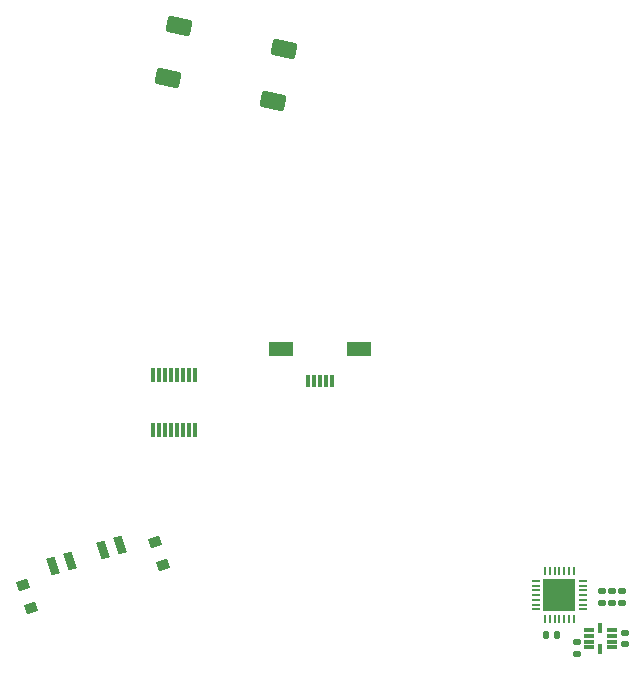
<source format=gbr>
%TF.GenerationSoftware,KiCad,Pcbnew,9.0.3*%
%TF.CreationDate,2025-07-19T19:29:57+01:00*%
%TF.ProjectId,GhostPAW,47686f73-7450-4415-972e-6b696361645f,rev?*%
%TF.SameCoordinates,Original*%
%TF.FileFunction,Paste,Top*%
%TF.FilePolarity,Positive*%
%FSLAX46Y46*%
G04 Gerber Fmt 4.6, Leading zero omitted, Abs format (unit mm)*
G04 Created by KiCad (PCBNEW 9.0.3) date 2025-07-19 19:29:57*
%MOMM*%
%LPD*%
G01*
G04 APERTURE LIST*
G04 Aperture macros list*
%AMRoundRect*
0 Rectangle with rounded corners*
0 $1 Rounding radius*
0 $2 $3 $4 $5 $6 $7 $8 $9 X,Y pos of 4 corners*
0 Add a 4 corners polygon primitive as box body*
4,1,4,$2,$3,$4,$5,$6,$7,$8,$9,$2,$3,0*
0 Add four circle primitives for the rounded corners*
1,1,$1+$1,$2,$3*
1,1,$1+$1,$4,$5*
1,1,$1+$1,$6,$7*
1,1,$1+$1,$8,$9*
0 Add four rect primitives between the rounded corners*
20,1,$1+$1,$2,$3,$4,$5,0*
20,1,$1+$1,$4,$5,$6,$7,0*
20,1,$1+$1,$6,$7,$8,$9,0*
20,1,$1+$1,$8,$9,$2,$3,0*%
%AMRotRect*
0 Rectangle, with rotation*
0 The origin of the aperture is its center*
0 $1 length*
0 $2 width*
0 $3 Rotation angle, in degrees counterclockwise*
0 Add horizontal line*
21,1,$1,$2,0,0,$3*%
G04 Aperture macros list end*
%ADD10R,0.300000X1.200000*%
%ADD11R,2.000000X1.300000*%
%ADD12R,0.300000X1.000000*%
%ADD13RotRect,0.711200X1.498600X18.000000*%
%ADD14RotRect,0.990600X0.812800X18.000000*%
%ADD15RoundRect,0.140000X0.170000X-0.140000X0.170000X0.140000X-0.170000X0.140000X-0.170000X-0.140000X0*%
%ADD16RoundRect,0.135000X0.185000X-0.135000X0.185000X0.135000X-0.185000X0.135000X-0.185000X-0.135000X0*%
%ADD17RoundRect,0.135000X-0.185000X0.135000X-0.185000X-0.135000X0.185000X-0.135000X0.185000X0.135000X0*%
%ADD18RoundRect,0.140000X-0.170000X0.140000X-0.170000X-0.140000X0.170000X-0.140000X0.170000X0.140000X0*%
%ADD19RoundRect,0.250000X-0.876078X-0.273837X0.688958X-0.606496X0.876078X0.273837X-0.688958X0.606496X0*%
%ADD20R,0.200000X0.800000*%
%ADD21R,0.800000X0.200000*%
%ADD22R,2.750000X2.750000*%
%ADD23R,0.950000X0.300000*%
%ADD24R,0.300000X0.950000*%
%ADD25RoundRect,0.140000X-0.140000X-0.170000X0.140000X-0.170000X0.140000X0.170000X-0.140000X0.170000X0*%
G04 APERTURE END LIST*
D10*
%TO.C,J2*%
X153400000Y-106200000D03*
X153900000Y-106200000D03*
X154400000Y-106200000D03*
X154900000Y-106200000D03*
X155400000Y-106200000D03*
X155900000Y-106200000D03*
X156400000Y-106200000D03*
X156900000Y-106200000D03*
X156900000Y-101600000D03*
X156400000Y-101600000D03*
X155900000Y-101600000D03*
X155400000Y-101600000D03*
X154900000Y-101600000D03*
X154400000Y-101600000D03*
X153900000Y-101600000D03*
X153400000Y-101600000D03*
%TD*%
D11*
%TO.C,J1*%
X164200000Y-99400000D03*
X170800000Y-99400000D03*
D12*
X166500000Y-102100000D03*
X166999999Y-102100001D03*
X167500000Y-102100000D03*
X168000000Y-102100000D03*
X168500000Y-102100000D03*
%TD*%
D13*
%TO.C,SW2*%
X144912760Y-117775578D03*
X146339344Y-117312052D03*
X149192513Y-116385001D03*
X150619097Y-115921477D03*
D14*
X142371009Y-119337467D03*
X153593472Y-115691068D03*
X143019944Y-121334685D03*
X154242407Y-117688285D03*
%TD*%
D15*
%TO.C,C2*%
X193360000Y-124340000D03*
X193360000Y-123380000D03*
%TD*%
D16*
%TO.C,R2*%
X193060000Y-120900000D03*
X193060000Y-119880000D03*
%TD*%
D17*
%TO.C,R1*%
X189260000Y-124150000D03*
X189260000Y-125170000D03*
%TD*%
D18*
%TO.C,C3*%
X192210000Y-119870000D03*
X192210000Y-120830000D03*
%TD*%
D19*
%TO.C,SW1*%
X155617230Y-72053169D03*
X164518373Y-73945166D03*
X154681627Y-76454834D03*
X163582770Y-78346831D03*
%TD*%
D20*
%TO.C,IC1*%
X189000000Y-118200000D03*
X188600000Y-118200000D03*
X188200000Y-118200000D03*
X187800000Y-118200000D03*
X187400000Y-118200000D03*
X187000000Y-118200000D03*
X186600000Y-118200000D03*
D21*
X185800000Y-119000000D03*
X185800000Y-119400000D03*
X185800000Y-119800000D03*
X185800000Y-120200000D03*
X185800000Y-120600000D03*
X185800000Y-121000000D03*
X185800000Y-121400000D03*
D20*
X186600000Y-122200000D03*
X187000000Y-122200000D03*
X187400000Y-122200000D03*
X187800000Y-122200000D03*
X188200000Y-122200000D03*
X188600000Y-122200000D03*
X189000000Y-122200000D03*
D21*
X189800000Y-121400000D03*
X189800000Y-121000000D03*
X189800000Y-120600000D03*
X189800000Y-120200000D03*
X189800000Y-119800000D03*
X189800000Y-119400000D03*
X189800000Y-119000000D03*
D22*
X187800000Y-120200000D03*
%TD*%
D23*
%TO.C,IC2*%
X190310000Y-123130000D03*
X190310000Y-123630000D03*
X190310000Y-124130000D03*
X190310000Y-124630000D03*
D24*
X191260000Y-124780000D03*
D23*
X192210000Y-124630000D03*
X192210000Y-124130000D03*
X192210000Y-123630000D03*
X192210000Y-123130000D03*
D24*
X191260000Y-122980000D03*
%TD*%
D16*
%TO.C,R3*%
X191360000Y-120880000D03*
X191360000Y-119860000D03*
%TD*%
D25*
%TO.C,C1*%
X186640000Y-123590000D03*
X187600000Y-123590000D03*
%TD*%
M02*

</source>
